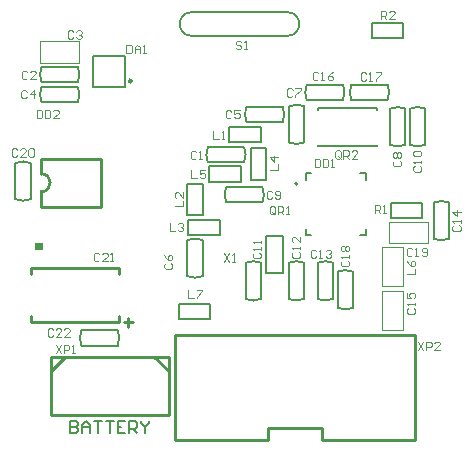
<source format=gto>
G04 Layer_Color=65535*
%FSLAX24Y24*%
%MOIN*%
G70*
G01*
G75*
%ADD10C,0.0079*%
%ADD33C,0.0098*%
%ADD50C,0.0070*%
%ADD51C,0.0100*%
%ADD52C,0.0039*%
G36*
X27752Y34211D02*
X27502D01*
Y34461D01*
X27752D01*
Y34211D01*
D02*
G37*
D10*
X36240Y36427D02*
G03*
X36240Y36427I-39J0D01*
G01*
X35906Y41358D02*
G03*
X35906Y42146I0J394D01*
G01*
X32717D02*
G03*
X32717Y41358I0J-394D01*
G01*
X29429Y39636D02*
Y40699D01*
X30492D01*
X29429Y39636D02*
X30492D01*
Y40699D01*
X36929Y38898D02*
Y38937D01*
X38898D01*
Y38898D02*
Y38937D01*
X36929Y37677D02*
Y37717D01*
Y37677D02*
X38898D01*
Y37717D01*
X38317Y36772D02*
X38514D01*
Y36545D02*
Y36772D01*
Y34715D02*
Y34931D01*
X38317Y34715D02*
X38514D01*
X36526Y36772D02*
X36703D01*
X36516D02*
X36526D01*
X36516Y36545D02*
Y36772D01*
Y34715D02*
Y34931D01*
Y34715D02*
X36703D01*
X35207Y34685D02*
X35758D01*
X35207Y33465D02*
X35758D01*
X35207D02*
Y34685D01*
X35758Y33465D02*
Y34685D01*
X32717Y41358D02*
X35906D01*
X32717Y42146D02*
X35906D01*
X28671Y28523D02*
Y28130D01*
X28868D01*
X28934Y28196D01*
Y28261D01*
X28868Y28327D01*
X28671D01*
X28868D01*
X28934Y28392D01*
Y28458D01*
X28868Y28523D01*
X28671D01*
X29065Y28130D02*
Y28392D01*
X29196Y28523D01*
X29327Y28392D01*
Y28130D01*
Y28327D01*
X29065D01*
X29458Y28523D02*
X29721D01*
X29590D01*
Y28130D01*
X29852Y28523D02*
X30114D01*
X29983D01*
Y28130D01*
X30508Y28523D02*
X30246D01*
Y28130D01*
X30508D01*
X30246Y28327D02*
X30377D01*
X30639Y28130D02*
Y28523D01*
X30836D01*
X30902Y28458D01*
Y28327D01*
X30836Y28261D01*
X30639D01*
X30770D02*
X30902Y28130D01*
X31033Y28523D02*
Y28458D01*
X31164Y28327D01*
X31295Y28458D01*
Y28523D01*
X31164Y28327D02*
Y28130D01*
D33*
X30719Y39852D02*
G03*
X30719Y39852I-49J0D01*
G01*
D50*
X38038Y39733D02*
G03*
X38038Y39223I609J-255D01*
G01*
X39245D02*
G03*
X39245Y39733I-608J256D01*
G01*
X27352Y37119D02*
G03*
X26842Y37119I-256J-608D01*
G01*
Y35912D02*
G03*
X27352Y35912I255J609D01*
G01*
X29043Y31545D02*
G03*
X29042Y31035I608J-256D01*
G01*
X30250D02*
G03*
X30249Y31545I-609J255D01*
G01*
X27713Y39654D02*
G03*
X27713Y39144I609J-255D01*
G01*
X28920D02*
G03*
X28920Y39654I-608J256D01*
G01*
X27713Y40324D02*
G03*
X27713Y39813I609J-255D01*
G01*
X28920D02*
G03*
X28920Y40324I-608J256D01*
G01*
X39991Y37723D02*
G03*
X40502Y37723I255J609D01*
G01*
Y38930D02*
G03*
X39991Y38930I-256J-608D01*
G01*
X39841Y38931D02*
G03*
X39331Y38931I-255J-609D01*
G01*
Y37724D02*
G03*
X39841Y37723I256J608D01*
G01*
X36475Y39010D02*
G03*
X35965Y39009I-255J-609D01*
G01*
Y37802D02*
G03*
X36475Y37802I256J608D01*
G01*
X40779Y34593D02*
G03*
X41289Y34593I255J609D01*
G01*
Y35800D02*
G03*
X40779Y35800I-256J-608D01*
G01*
X37430Y33793D02*
G03*
X36919Y33793I-255J-609D01*
G01*
Y32586D02*
G03*
X37430Y32585I256J608D01*
G01*
X37580Y32289D02*
G03*
X38090Y32290I255J609D01*
G01*
Y33497D02*
G03*
X37580Y33497I-256J-608D01*
G01*
X34519Y32585D02*
G03*
X35029Y32585I255J609D01*
G01*
Y33792D02*
G03*
X34519Y33793I-256J-608D01*
G01*
X35946Y32585D02*
G03*
X36457Y32585I255J609D01*
G01*
Y33792D02*
G03*
X35946Y33793I-256J-608D01*
G01*
X34462Y37137D02*
G03*
X34462Y37647I-609J255D01*
G01*
X33255D02*
G03*
X33255Y37137I608J-256D01*
G01*
X34543Y38995D02*
G03*
X34544Y38484I609J-255D01*
G01*
X35751D02*
G03*
X35751Y38995I-608J256D01*
G01*
X35073Y35808D02*
G03*
X35072Y36319I-609J255D01*
G01*
X33865D02*
G03*
X33865Y35808I608J-256D01*
G01*
X32570Y33343D02*
G03*
X33081Y33343I255J609D01*
G01*
Y34550D02*
G03*
X32570Y34550I-256J-608D01*
G01*
X37760Y39224D02*
G03*
X37759Y39734I-609J255D01*
G01*
X36552D02*
G03*
X36552Y39224I608J-256D01*
G01*
X38041Y39222D02*
X39242D01*
X38041Y39733D02*
X39241D01*
X26841Y35915D02*
Y37115D01*
X27352Y35915D02*
Y37116D01*
X32283Y31919D02*
Y32431D01*
X33327Y31919D02*
Y32431D01*
X32283Y31919D02*
X33327D01*
X32283Y32431D02*
X33327D01*
X29046Y31034D02*
X30246D01*
X29045Y31545D02*
X30246D01*
X27717Y39144D02*
X28917D01*
X27717Y39655D02*
X28917D01*
X27717Y39813D02*
X28917D01*
X27717Y40324D02*
X28917D01*
X40502Y37726D02*
Y38927D01*
X39991Y37726D02*
Y38926D01*
X39331Y37726D02*
Y38927D01*
X39842Y37727D02*
Y38927D01*
X35965Y37805D02*
Y39006D01*
X36475Y37806D02*
Y39006D01*
X41289Y34596D02*
Y35797D01*
X40778Y34597D02*
Y35796D01*
X39360Y35285D02*
X40404D01*
X39360Y35797D02*
X40404D01*
X39360Y35285D02*
Y35797D01*
X40404Y35285D02*
Y35797D01*
X36919Y32589D02*
Y33789D01*
X37430Y32589D02*
Y33789D01*
X38091Y32293D02*
Y33494D01*
X37580Y32293D02*
Y33493D01*
X34695Y36565D02*
X35207D01*
X34695Y37608D02*
X35207D01*
Y36565D02*
Y37608D01*
X34695Y36565D02*
Y37608D01*
X35030Y32589D02*
Y33789D01*
X34519Y32589D02*
Y33789D01*
X36457Y32589D02*
Y33789D01*
X35946Y32589D02*
Y33789D01*
X35020Y37805D02*
Y38317D01*
X33976Y37805D02*
Y38317D01*
X35020D01*
X33976Y37805D02*
X35020D01*
X33258Y37648D02*
X34459D01*
X33259Y37137D02*
X34459D01*
X34547Y38484D02*
X35748D01*
X34547Y38995D02*
X35747D01*
X33868Y36319D02*
X35069D01*
X33869Y35808D02*
X35069D01*
X34350Y36496D02*
Y37008D01*
X33307Y36496D02*
Y37008D01*
X34350D01*
X33307Y36496D02*
X34350D01*
X32569Y36417D02*
X33081D01*
X32569Y35374D02*
X33081D01*
X32569D02*
Y36417D01*
X33081Y35374D02*
Y36417D01*
Y33346D02*
Y34547D01*
X32570Y33347D02*
Y34546D01*
X32608Y34705D02*
Y35217D01*
X33652Y34705D02*
Y35217D01*
X32608Y34705D02*
X33652D01*
X32608Y35217D02*
X33652D01*
X36555Y39734D02*
X37756D01*
X36556Y39223D02*
X37756D01*
X38711Y41280D02*
Y41791D01*
X39754Y41280D02*
Y41791D01*
X38711Y41280D02*
X39754D01*
X38711Y41791D02*
X39754D01*
D51*
X27702Y36161D02*
G03*
X27702Y36761I0J300D01*
G01*
X28012Y30650D02*
X31949D01*
X28012Y28720D02*
X31949D01*
Y30650D01*
X28012Y28720D02*
Y30650D01*
X31476D02*
X31949Y30177D01*
X28012D02*
X28484Y30650D01*
X30309Y33417D02*
Y33617D01*
X30609Y31667D02*
Y31967D01*
X30459Y31817D02*
X30759D01*
X30309D02*
Y32017D01*
X27359Y33417D02*
Y33617D01*
Y31817D02*
Y32017D01*
Y33617D02*
X30309D01*
X27359Y31817D02*
X30309D01*
X27702Y36761D02*
Y37261D01*
Y35661D02*
X29702D01*
X27702Y37261D02*
X29702D01*
Y35661D02*
Y37261D01*
X27702Y35661D02*
Y36161D01*
X32144Y31394D02*
X40144D01*
X37044Y27894D02*
X40144D01*
X32144D02*
X35244D01*
Y28294D02*
X37044D01*
X40144Y27894D02*
Y31394D01*
X32144Y27894D02*
Y31394D01*
X37044Y27894D02*
Y28294D01*
X35244Y27894D02*
Y28294D01*
D52*
X27648Y40463D02*
Y41171D01*
X28947Y40463D02*
Y41171D01*
X27648D02*
X28947D01*
X27648Y40463D02*
X28947D01*
X40581Y34439D02*
Y35148D01*
X39281Y34439D02*
Y35148D01*
Y34439D02*
X40581D01*
X39281Y35148D02*
X40581D01*
X39059Y34319D02*
X39760D01*
X39059Y33004D02*
X39760D01*
X39059D02*
Y34319D01*
X39760Y33004D02*
Y34319D01*
X39055Y31555D02*
X39764D01*
X39055Y32854D02*
X39764D01*
X39055Y31555D02*
Y32854D01*
X39764Y31555D02*
Y32854D01*
X28097Y31558D02*
X28051Y31604D01*
X27959D01*
X27913Y31558D01*
Y31375D01*
X27959Y31329D01*
X28051D01*
X28097Y31375D01*
X28373Y31329D02*
X28189D01*
X28373Y31512D01*
Y31558D01*
X28327Y31604D01*
X28235D01*
X28189Y31558D01*
X28648Y31329D02*
X28464D01*
X28648Y31512D01*
Y31558D01*
X28602Y31604D01*
X28510D01*
X28464Y31558D01*
X29642Y34068D02*
X29596Y34114D01*
X29505D01*
X29459Y34068D01*
Y33884D01*
X29505Y33839D01*
X29596D01*
X29642Y33884D01*
X29918Y33839D02*
X29734D01*
X29918Y34022D01*
Y34068D01*
X29872Y34114D01*
X29780D01*
X29734Y34068D01*
X30010Y33839D02*
X30101D01*
X30056D01*
Y34114D01*
X30010Y34068D01*
X27545Y38886D02*
Y38611D01*
X27683D01*
X27729Y38656D01*
Y38840D01*
X27683Y38886D01*
X27545D01*
X27821D02*
Y38611D01*
X27958D01*
X28004Y38656D01*
Y38840D01*
X27958Y38886D01*
X27821D01*
X28280Y38611D02*
X28096D01*
X28280Y38794D01*
Y38840D01*
X28234Y38886D01*
X28142D01*
X28096Y38840D01*
X26906Y37562D02*
X26860Y37608D01*
X26768D01*
X26722Y37562D01*
Y37379D01*
X26768Y37333D01*
X26860D01*
X26906Y37379D01*
X27182Y37333D02*
X26998D01*
X27182Y37516D01*
Y37562D01*
X27136Y37608D01*
X27044D01*
X26998Y37562D01*
X27273D02*
X27319Y37608D01*
X27411D01*
X27457Y37562D01*
Y37379D01*
X27411Y37333D01*
X27319D01*
X27273Y37379D01*
Y37562D01*
X32871Y37484D02*
X32825Y37529D01*
X32733D01*
X32687Y37484D01*
Y37300D01*
X32733Y37254D01*
X32825D01*
X32871Y37300D01*
X32963Y37254D02*
X33054D01*
X33008D01*
Y37529D01*
X32963Y37484D01*
X27241Y40151D02*
X27195Y40197D01*
X27103D01*
X27057Y40151D01*
Y39967D01*
X27103Y39921D01*
X27195D01*
X27241Y39967D01*
X27516Y39921D02*
X27333D01*
X27516Y40105D01*
Y40151D01*
X27470Y40197D01*
X27379D01*
X27333Y40151D01*
X28776Y41489D02*
X28730Y41535D01*
X28638D01*
X28593Y41489D01*
Y41306D01*
X28638Y41260D01*
X28730D01*
X28776Y41306D01*
X28868Y41489D02*
X28914Y41535D01*
X29006D01*
X29052Y41489D01*
Y41444D01*
X29006Y41398D01*
X28960D01*
X29006D01*
X29052Y41352D01*
Y41306D01*
X29006Y41260D01*
X28914D01*
X28868Y41306D01*
X27221Y39501D02*
X27175Y39547D01*
X27083D01*
X27037Y39501D01*
Y39318D01*
X27083Y39272D01*
X27175D01*
X27221Y39318D01*
X27451Y39272D02*
Y39547D01*
X27313Y39409D01*
X27497D01*
X34042Y38832D02*
X33996Y38878D01*
X33904D01*
X33858Y38832D01*
Y38648D01*
X33904Y38602D01*
X33996D01*
X34042Y38648D01*
X34317Y38878D02*
X34134D01*
Y38740D01*
X34226Y38786D01*
X34272D01*
X34317Y38740D01*
Y38648D01*
X34272Y38602D01*
X34180D01*
X34134Y38648D01*
X31847Y33776D02*
X31801Y33730D01*
Y33638D01*
X31847Y33593D01*
X32031D01*
X32077Y33638D01*
Y33730D01*
X32031Y33776D01*
X31801Y34052D02*
X31847Y33960D01*
X31939Y33868D01*
X32031D01*
X32077Y33914D01*
Y34006D01*
X32031Y34052D01*
X31985D01*
X31939Y34006D01*
Y33868D01*
X36079Y39560D02*
X36033Y39606D01*
X35942D01*
X35896Y39560D01*
Y39377D01*
X35942Y39331D01*
X36033D01*
X36079Y39377D01*
X36171Y39606D02*
X36355D01*
Y39560D01*
X36171Y39377D01*
Y39331D01*
X39465Y37201D02*
X39419Y37155D01*
Y37064D01*
X39465Y37018D01*
X39649D01*
X39695Y37064D01*
Y37155D01*
X39649Y37201D01*
X39465Y37293D02*
X39419Y37339D01*
Y37431D01*
X39465Y37477D01*
X39511D01*
X39557Y37431D01*
X39603Y37477D01*
X39649D01*
X39695Y37431D01*
Y37339D01*
X39649Y37293D01*
X39603D01*
X39557Y37339D01*
X39511Y37293D01*
X39465D01*
X39557Y37339D02*
Y37431D01*
X35400Y36155D02*
X35354Y36201D01*
X35262D01*
X35217Y36155D01*
Y35971D01*
X35262Y35925D01*
X35354D01*
X35400Y35971D01*
X35492D02*
X35538Y35925D01*
X35630D01*
X35676Y35971D01*
Y36155D01*
X35630Y36201D01*
X35538D01*
X35492Y36155D01*
Y36109D01*
X35538Y36063D01*
X35676D01*
X40144Y37014D02*
X40099Y36968D01*
Y36877D01*
X40144Y36831D01*
X40328D01*
X40374Y36877D01*
Y36968D01*
X40328Y37014D01*
X40374Y37106D02*
Y37198D01*
Y37152D01*
X40099D01*
X40144Y37106D01*
Y37336D02*
X40099Y37382D01*
Y37474D01*
X40144Y37519D01*
X40328D01*
X40374Y37474D01*
Y37382D01*
X40328Y37336D01*
X40144D01*
X34790Y34121D02*
X34744Y34075D01*
Y33983D01*
X34790Y33937D01*
X34974D01*
X35020Y33983D01*
Y34075D01*
X34974Y34121D01*
X35020Y34213D02*
Y34304D01*
Y34258D01*
X34744D01*
X34790Y34213D01*
X35020Y34442D02*
Y34534D01*
Y34488D01*
X34744D01*
X34790Y34442D01*
X36099Y34150D02*
X36053Y34104D01*
Y34012D01*
X36099Y33967D01*
X36283D01*
X36329Y34012D01*
Y34104D01*
X36283Y34150D01*
X36329Y34242D02*
Y34334D01*
Y34288D01*
X36053D01*
X36099Y34242D01*
X36329Y34655D02*
Y34472D01*
X36145Y34655D01*
X36099D01*
X36053Y34609D01*
Y34518D01*
X36099Y34472D01*
X36867Y34186D02*
X36821Y34232D01*
X36729D01*
X36683Y34186D01*
Y34003D01*
X36729Y33957D01*
X36821D01*
X36867Y34003D01*
X36959Y33957D02*
X37050D01*
X37004D01*
Y34232D01*
X36959Y34186D01*
X37188D02*
X37234Y34232D01*
X37326D01*
X37372Y34186D01*
Y34140D01*
X37326Y34094D01*
X37280D01*
X37326D01*
X37372Y34049D01*
Y34003D01*
X37326Y33957D01*
X37234D01*
X37188Y34003D01*
X41453Y35036D02*
X41408Y34990D01*
Y34898D01*
X41453Y34852D01*
X41637D01*
X41683Y34898D01*
Y34990D01*
X41637Y35036D01*
X41683Y35128D02*
Y35220D01*
Y35174D01*
X41408D01*
X41453Y35128D01*
X41683Y35495D02*
X41408D01*
X41545Y35357D01*
Y35541D01*
X39928Y32280D02*
X39882Y32234D01*
Y32142D01*
X39928Y32096D01*
X40112D01*
X40157Y32142D01*
Y32234D01*
X40112Y32280D01*
X40157Y32372D02*
Y32464D01*
Y32418D01*
X39882D01*
X39928Y32372D01*
X39882Y32785D02*
Y32602D01*
X40020D01*
X39974Y32693D01*
Y32739D01*
X40020Y32785D01*
X40112D01*
X40157Y32739D01*
Y32647D01*
X40112Y32602D01*
X36936Y40102D02*
X36890Y40148D01*
X36798D01*
X36752Y40102D01*
Y39918D01*
X36798Y39872D01*
X36890D01*
X36936Y39918D01*
X37027Y39872D02*
X37119D01*
X37073D01*
Y40148D01*
X37027Y40102D01*
X37441Y40148D02*
X37349Y40102D01*
X37257Y40010D01*
Y39918D01*
X37303Y39872D01*
X37395D01*
X37441Y39918D01*
Y39964D01*
X37395Y40010D01*
X37257D01*
X38530Y40092D02*
X38484Y40138D01*
X38392D01*
X38346Y40092D01*
Y39908D01*
X38392Y39862D01*
X38484D01*
X38530Y39908D01*
X38622Y39862D02*
X38714D01*
X38668D01*
Y40138D01*
X38622Y40092D01*
X38852Y40138D02*
X39035D01*
Y40092D01*
X38852Y39908D01*
Y39862D01*
X37743Y33855D02*
X37697Y33809D01*
Y33717D01*
X37743Y33671D01*
X37927D01*
X37972Y33717D01*
Y33809D01*
X37927Y33855D01*
X37972Y33947D02*
Y34039D01*
Y33993D01*
X37697D01*
X37743Y33947D01*
Y34176D02*
X37697Y34222D01*
Y34314D01*
X37743Y34360D01*
X37789D01*
X37835Y34314D01*
X37881Y34360D01*
X37927D01*
X37972Y34314D01*
Y34222D01*
X37927Y34176D01*
X37881D01*
X37835Y34222D01*
X37789Y34176D01*
X37743D01*
X37835Y34222D02*
Y34314D01*
X40066Y34245D02*
X40020Y34291D01*
X39928D01*
X39882Y34245D01*
Y34062D01*
X39928Y34016D01*
X40020D01*
X40066Y34062D01*
X40157Y34016D02*
X40249D01*
X40203D01*
Y34291D01*
X40157Y34245D01*
X40387Y34062D02*
X40433Y34016D01*
X40525D01*
X40571Y34062D01*
Y34245D01*
X40525Y34291D01*
X40433D01*
X40387Y34245D01*
Y34199D01*
X40433Y34153D01*
X40571D01*
X30541Y41063D02*
Y40787D01*
X30679D01*
X30725Y40833D01*
Y41017D01*
X30679Y41063D01*
X30541D01*
X30817Y40787D02*
Y40971D01*
X30909Y41063D01*
X31001Y40971D01*
Y40787D01*
Y40925D01*
X30817D01*
X31092Y40787D02*
X31184D01*
X31138D01*
Y41063D01*
X31092Y41017D01*
X36811Y37254D02*
Y36978D01*
X36949D01*
X36995Y37024D01*
Y37208D01*
X36949Y37254D01*
X36811D01*
X37087D02*
Y36978D01*
X37224D01*
X37270Y37024D01*
Y37208D01*
X37224Y37254D01*
X37087D01*
X37362Y36978D02*
X37454D01*
X37408D01*
Y37254D01*
X37362Y37208D01*
X33435Y38199D02*
Y37923D01*
X33619D01*
X33711D02*
X33802D01*
X33756D01*
Y38199D01*
X33711Y38153D01*
X32156Y35679D02*
X32431D01*
Y35863D01*
Y36138D02*
Y35955D01*
X32247Y36138D01*
X32202D01*
X32156Y36092D01*
Y36001D01*
X32202Y35955D01*
X31978Y35118D02*
Y34843D01*
X32162D01*
X32254Y35072D02*
X32300Y35118D01*
X32392D01*
X32438Y35072D01*
Y35026D01*
X32392Y34980D01*
X32346D01*
X32392D01*
X32438Y34934D01*
Y34888D01*
X32392Y34843D01*
X32300D01*
X32254Y34888D01*
X35325Y36890D02*
X35600D01*
Y37073D01*
Y37303D02*
X35325D01*
X35463Y37165D01*
Y37349D01*
X32707Y36890D02*
Y36614D01*
X32890D01*
X33166Y36890D02*
X32982D01*
Y36752D01*
X33074Y36798D01*
X33120D01*
X33166Y36752D01*
Y36660D01*
X33120Y36614D01*
X33028D01*
X32982Y36660D01*
X39892Y33406D02*
X40167D01*
Y33589D01*
X39892Y33865D02*
X39938Y33773D01*
X40030Y33681D01*
X40121D01*
X40167Y33727D01*
Y33819D01*
X40121Y33865D01*
X40075D01*
X40030Y33819D01*
Y33681D01*
X32608Y32884D02*
Y32608D01*
X32792D01*
X32884Y32884D02*
X33067D01*
Y32838D01*
X32884Y32654D01*
Y32608D01*
X35499Y35449D02*
Y35633D01*
X35453Y35679D01*
X35361D01*
X35315Y35633D01*
Y35449D01*
X35361Y35404D01*
X35453D01*
X35407Y35495D02*
X35499Y35404D01*
X35453D02*
X35499Y35449D01*
X35590Y35404D02*
Y35679D01*
X35728D01*
X35774Y35633D01*
Y35541D01*
X35728Y35495D01*
X35590D01*
X35682D02*
X35774Y35404D01*
X35866D02*
X35958D01*
X35912D01*
Y35679D01*
X35866Y35633D01*
X37684Y37310D02*
Y37493D01*
X37638Y37539D01*
X37546D01*
X37500Y37493D01*
Y37310D01*
X37546Y37264D01*
X37638D01*
X37592Y37356D02*
X37684Y37264D01*
X37638D02*
X37684Y37310D01*
X37775Y37264D02*
Y37539D01*
X37913D01*
X37959Y37493D01*
Y37402D01*
X37913Y37356D01*
X37775D01*
X37867D02*
X37959Y37264D01*
X38235D02*
X38051D01*
X38235Y37447D01*
Y37493D01*
X38189Y37539D01*
X38097D01*
X38051Y37493D01*
X38819Y35443D02*
Y35718D01*
X38957D01*
X39003Y35673D01*
Y35581D01*
X38957Y35535D01*
X38819D01*
X38911D02*
X39003Y35443D01*
X39094D02*
X39186D01*
X39140D01*
Y35718D01*
X39094Y35673D01*
X33789Y34104D02*
X33973Y33829D01*
Y34104D02*
X33789Y33829D01*
X34065D02*
X34157D01*
X34111D01*
Y34104D01*
X34065Y34058D01*
X28179Y31053D02*
X28363Y30778D01*
Y31053D02*
X28179Y30778D01*
X28455D02*
Y31053D01*
X28592D01*
X28638Y31007D01*
Y30915D01*
X28592Y30869D01*
X28455D01*
X28730Y30778D02*
X28822D01*
X28776D01*
Y31053D01*
X28730Y31007D01*
X40256Y31161D02*
X40440Y30886D01*
Y31161D02*
X40256Y30886D01*
X40531D02*
Y31161D01*
X40669D01*
X40715Y31115D01*
Y31024D01*
X40669Y30978D01*
X40531D01*
X40991Y30886D02*
X40807D01*
X40991Y31070D01*
Y31115D01*
X40945Y31161D01*
X40853D01*
X40807Y31115D01*
X39026Y41919D02*
Y42195D01*
X39163D01*
X39209Y42149D01*
Y42057D01*
X39163Y42011D01*
X39026D01*
X39117D02*
X39209Y41919D01*
X39485D02*
X39301D01*
X39485Y42103D01*
Y42149D01*
X39439Y42195D01*
X39347D01*
X39301Y42149D01*
X34377Y41135D02*
X34331Y41181D01*
X34239D01*
X34193Y41135D01*
Y41089D01*
X34239Y41043D01*
X34331D01*
X34377Y40997D01*
Y40951D01*
X34331Y40906D01*
X34239D01*
X34193Y40951D01*
X34468Y40906D02*
X34560D01*
X34514D01*
Y41181D01*
X34468Y41135D01*
M02*

</source>
